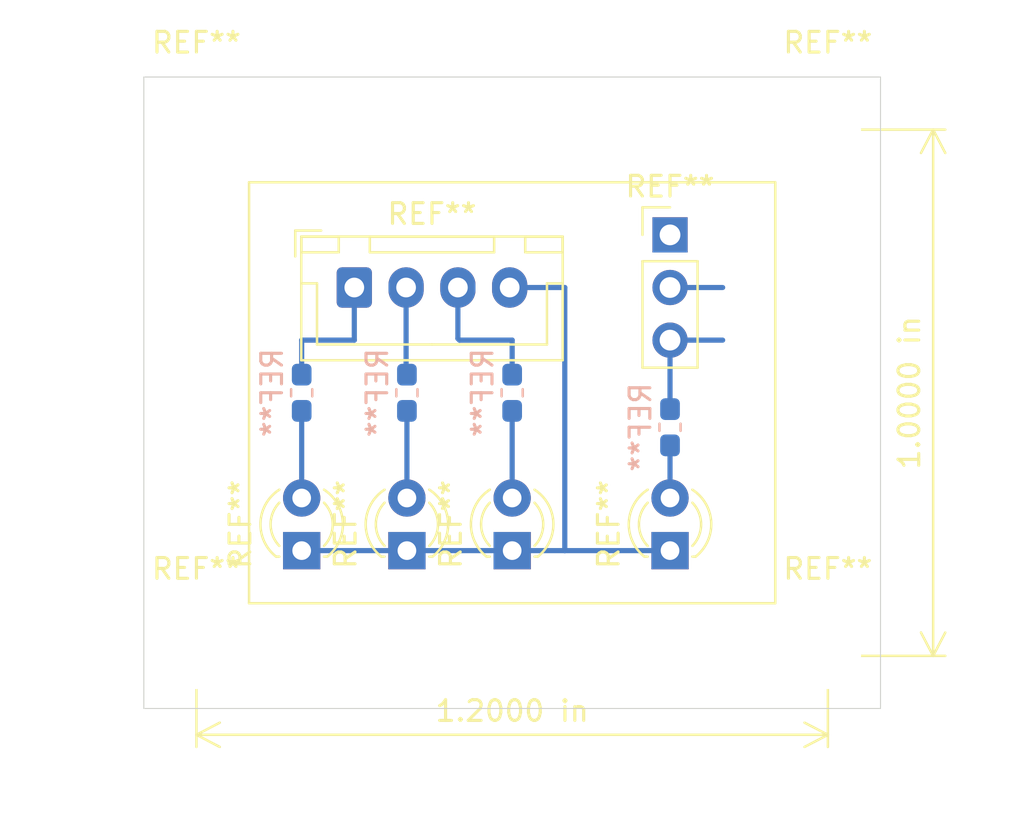
<source format=kicad_pcb>
(kicad_pcb (version 20171130) (host pcbnew "(5.1.2)-1")

  (general
    (thickness 1.6)
    (drawings 10)
    (tracks 20)
    (zones 0)
    (modules 14)
    (nets 1)
  )

  (page A4)
  (layers
    (0 F.Cu signal)
    (31 B.Cu signal)
    (32 B.Adhes user)
    (33 F.Adhes user)
    (34 B.Paste user)
    (35 F.Paste user)
    (36 B.SilkS user)
    (37 F.SilkS user)
    (38 B.Mask user)
    (39 F.Mask user)
    (40 Dwgs.User user)
    (41 Cmts.User user)
    (42 Eco1.User user)
    (43 Eco2.User user)
    (44 Edge.Cuts user)
    (45 Margin user)
    (46 B.CrtYd user)
    (47 F.CrtYd user)
    (48 B.Fab user)
    (49 F.Fab user)
  )

  (setup
    (last_trace_width 0.25)
    (trace_clearance 0.2)
    (zone_clearance 0.508)
    (zone_45_only no)
    (trace_min 0.2)
    (via_size 0.8)
    (via_drill 0.4)
    (via_min_size 0.4)
    (via_min_drill 0.3)
    (uvia_size 0.3)
    (uvia_drill 0.1)
    (uvias_allowed no)
    (uvia_min_size 0.2)
    (uvia_min_drill 0.1)
    (edge_width 0.05)
    (segment_width 0.2)
    (pcb_text_width 0.3)
    (pcb_text_size 1.5 1.5)
    (mod_edge_width 0.12)
    (mod_text_size 1 1)
    (mod_text_width 0.15)
    (pad_size 1.524 1.524)
    (pad_drill 0.762)
    (pad_to_mask_clearance 0.051)
    (solder_mask_min_width 0.25)
    (aux_axis_origin 0 0)
    (visible_elements FFFFFF7F)
    (pcbplotparams
      (layerselection 0x010fc_ffffffff)
      (usegerberextensions false)
      (usegerberattributes false)
      (usegerberadvancedattributes false)
      (creategerberjobfile false)
      (excludeedgelayer true)
      (linewidth 0.100000)
      (plotframeref false)
      (viasonmask false)
      (mode 1)
      (useauxorigin false)
      (hpglpennumber 1)
      (hpglpenspeed 20)
      (hpglpendiameter 15.000000)
      (psnegative false)
      (psa4output false)
      (plotreference true)
      (plotvalue true)
      (plotinvisibletext false)
      (padsonsilk false)
      (subtractmaskfromsilk false)
      (outputformat 1)
      (mirror false)
      (drillshape 1)
      (scaleselection 1)
      (outputdirectory ""))
  )

  (net 0 "")

  (net_class Default "これはデフォルトのネット クラスです。"
    (clearance 0.2)
    (trace_width 0.25)
    (via_dia 0.8)
    (via_drill 0.4)
    (uvia_dia 0.3)
    (uvia_drill 0.1)
  )

  (module Resistor_SMD:R_0603_1608Metric_Pad1.05x0.95mm_HandSolder (layer B.Cu) (tedit 5B301BBD) (tstamp 5E141178)
    (at 165.1 60.085 270)
    (descr "Resistor SMD 0603 (1608 Metric), square (rectangular) end terminal, IPC_7351 nominal with elongated pad for handsoldering. (Body size source: http://www.tortai-tech.com/upload/download/2011102023233369053.pdf), generated with kicad-footprint-generator")
    (tags "resistor handsolder")
    (attr smd)
    (fp_text reference REF** (at 0 1.43 270) (layer B.SilkS)
      (effects (font (size 1 1) (thickness 0.15)) (justify mirror))
    )
    (fp_text value R_0603_1608Metric_Pad1.05x0.95mm_HandSolder (at 0 -1.43 270) (layer B.Fab)
      (effects (font (size 1 1) (thickness 0.15)) (justify mirror))
    )
    (fp_text user %R (at 0 0 270) (layer B.Fab)
      (effects (font (size 0.4 0.4) (thickness 0.06)) (justify mirror))
    )
    (fp_line (start 1.65 -0.73) (end -1.65 -0.73) (layer B.CrtYd) (width 0.05))
    (fp_line (start 1.65 0.73) (end 1.65 -0.73) (layer B.CrtYd) (width 0.05))
    (fp_line (start -1.65 0.73) (end 1.65 0.73) (layer B.CrtYd) (width 0.05))
    (fp_line (start -1.65 -0.73) (end -1.65 0.73) (layer B.CrtYd) (width 0.05))
    (fp_line (start -0.171267 -0.51) (end 0.171267 -0.51) (layer B.SilkS) (width 0.12))
    (fp_line (start -0.171267 0.51) (end 0.171267 0.51) (layer B.SilkS) (width 0.12))
    (fp_line (start 0.8 -0.4) (end -0.8 -0.4) (layer B.Fab) (width 0.1))
    (fp_line (start 0.8 0.4) (end 0.8 -0.4) (layer B.Fab) (width 0.1))
    (fp_line (start -0.8 0.4) (end 0.8 0.4) (layer B.Fab) (width 0.1))
    (fp_line (start -0.8 -0.4) (end -0.8 0.4) (layer B.Fab) (width 0.1))
    (pad 2 smd roundrect (at 0.875 0 270) (size 1.05 0.95) (layers B.Cu B.Paste B.Mask) (roundrect_rratio 0.25))
    (pad 1 smd roundrect (at -0.875 0 270) (size 1.05 0.95) (layers B.Cu B.Paste B.Mask) (roundrect_rratio 0.25))
    (model ${KISYS3DMOD}/Resistor_SMD.3dshapes/R_0603_1608Metric.wrl
      (at (xyz 0 0 0))
      (scale (xyz 1 1 1))
      (rotate (xyz 0 0 0))
    )
  )

  (module LED_THT:LED_D3.0mm (layer F.Cu) (tedit 587A3A7B) (tstamp 5E141100)
    (at 165.1 66.04 90)
    (descr "LED, diameter 3.0mm, 2 pins")
    (tags "LED diameter 3.0mm 2 pins")
    (fp_text reference REF** (at 1.27 -2.96 90) (layer F.SilkS)
      (effects (font (size 1 1) (thickness 0.15)))
    )
    (fp_text value LED_D3.0mm (at 1.27 2.96 90) (layer F.Fab)
      (effects (font (size 1 1) (thickness 0.15)))
    )
    (fp_line (start 3.7 -2.25) (end -1.15 -2.25) (layer F.CrtYd) (width 0.05))
    (fp_line (start 3.7 2.25) (end 3.7 -2.25) (layer F.CrtYd) (width 0.05))
    (fp_line (start -1.15 2.25) (end 3.7 2.25) (layer F.CrtYd) (width 0.05))
    (fp_line (start -1.15 -2.25) (end -1.15 2.25) (layer F.CrtYd) (width 0.05))
    (fp_line (start -0.29 1.08) (end -0.29 1.236) (layer F.SilkS) (width 0.12))
    (fp_line (start -0.29 -1.236) (end -0.29 -1.08) (layer F.SilkS) (width 0.12))
    (fp_line (start -0.23 -1.16619) (end -0.23 1.16619) (layer F.Fab) (width 0.1))
    (fp_circle (center 1.27 0) (end 2.77 0) (layer F.Fab) (width 0.1))
    (fp_arc (start 1.27 0) (end 0.229039 1.08) (angle -87.9) (layer F.SilkS) (width 0.12))
    (fp_arc (start 1.27 0) (end 0.229039 -1.08) (angle 87.9) (layer F.SilkS) (width 0.12))
    (fp_arc (start 1.27 0) (end -0.29 1.235516) (angle -108.8) (layer F.SilkS) (width 0.12))
    (fp_arc (start 1.27 0) (end -0.29 -1.235516) (angle 108.8) (layer F.SilkS) (width 0.12))
    (fp_arc (start 1.27 0) (end -0.23 -1.16619) (angle 284.3) (layer F.Fab) (width 0.1))
    (pad 2 thru_hole circle (at 2.54 0 90) (size 1.8 1.8) (drill 0.9) (layers *.Cu *.Mask))
    (pad 1 thru_hole rect (at 0 0 90) (size 1.8 1.8) (drill 0.9) (layers *.Cu *.Mask))
    (model ${KISYS3DMOD}/LED_THT.3dshapes/LED_D3.0mm.wrl
      (at (xyz 0 0 0))
      (scale (xyz 1 1 1))
      (rotate (xyz 0 0 0))
    )
  )

  (module Connector_PinHeader_2.54mm:PinHeader_1x03_P2.54mm_Vertical (layer F.Cu) (tedit 59FED5CC) (tstamp 5E1410A4)
    (at 165.1 50.8)
    (descr "Through hole straight pin header, 1x03, 2.54mm pitch, single row")
    (tags "Through hole pin header THT 1x03 2.54mm single row")
    (fp_text reference REF** (at 0 -2.33) (layer F.SilkS)
      (effects (font (size 1 1) (thickness 0.15)))
    )
    (fp_text value PinHeader_1x03_P2.54mm_Vertical (at 0 7.41) (layer F.Fab)
      (effects (font (size 1 1) (thickness 0.15)))
    )
    (fp_text user %R (at 0 2.54 90) (layer F.Fab)
      (effects (font (size 1 1) (thickness 0.15)))
    )
    (fp_line (start 1.8 -1.8) (end -1.8 -1.8) (layer F.CrtYd) (width 0.05))
    (fp_line (start 1.8 6.85) (end 1.8 -1.8) (layer F.CrtYd) (width 0.05))
    (fp_line (start -1.8 6.85) (end 1.8 6.85) (layer F.CrtYd) (width 0.05))
    (fp_line (start -1.8 -1.8) (end -1.8 6.85) (layer F.CrtYd) (width 0.05))
    (fp_line (start -1.33 -1.33) (end 0 -1.33) (layer F.SilkS) (width 0.12))
    (fp_line (start -1.33 0) (end -1.33 -1.33) (layer F.SilkS) (width 0.12))
    (fp_line (start -1.33 1.27) (end 1.33 1.27) (layer F.SilkS) (width 0.12))
    (fp_line (start 1.33 1.27) (end 1.33 6.41) (layer F.SilkS) (width 0.12))
    (fp_line (start -1.33 1.27) (end -1.33 6.41) (layer F.SilkS) (width 0.12))
    (fp_line (start -1.33 6.41) (end 1.33 6.41) (layer F.SilkS) (width 0.12))
    (fp_line (start -1.27 -0.635) (end -0.635 -1.27) (layer F.Fab) (width 0.1))
    (fp_line (start -1.27 6.35) (end -1.27 -0.635) (layer F.Fab) (width 0.1))
    (fp_line (start 1.27 6.35) (end -1.27 6.35) (layer F.Fab) (width 0.1))
    (fp_line (start 1.27 -1.27) (end 1.27 6.35) (layer F.Fab) (width 0.1))
    (fp_line (start -0.635 -1.27) (end 1.27 -1.27) (layer F.Fab) (width 0.1))
    (pad 3 thru_hole oval (at 0 5.08) (size 1.7 1.7) (drill 1) (layers *.Cu *.Mask))
    (pad 2 thru_hole oval (at 0 2.54) (size 1.7 1.7) (drill 1) (layers *.Cu *.Mask))
    (pad 1 thru_hole rect (at 0 0) (size 1.7 1.7) (drill 1) (layers *.Cu *.Mask))
    (model ${KISYS3DMOD}/Connector_PinHeader_2.54mm.3dshapes/PinHeader_1x03_P2.54mm_Vertical.wrl
      (at (xyz 0 0 0))
      (scale (xyz 1 1 1))
      (rotate (xyz 0 0 0))
    )
  )

  (module Resistor_SMD:R_0603_1608Metric_Pad1.05x0.95mm_HandSolder (layer B.Cu) (tedit 5B301BBD) (tstamp 5E1327F4)
    (at 157.48 58.42 270)
    (descr "Resistor SMD 0603 (1608 Metric), square (rectangular) end terminal, IPC_7351 nominal with elongated pad for handsoldering. (Body size source: http://www.tortai-tech.com/upload/download/2011102023233369053.pdf), generated with kicad-footprint-generator")
    (tags "resistor handsolder")
    (attr smd)
    (fp_text reference REF** (at 0 1.43 270) (layer B.SilkS)
      (effects (font (size 1 1) (thickness 0.15)) (justify mirror))
    )
    (fp_text value R_0603_1608Metric_Pad1.05x0.95mm_HandSolder (at 0 -1.43 270) (layer B.Fab)
      (effects (font (size 1 1) (thickness 0.15)) (justify mirror))
    )
    (fp_line (start -0.8 -0.4) (end -0.8 0.4) (layer B.Fab) (width 0.1))
    (fp_line (start -0.8 0.4) (end 0.8 0.4) (layer B.Fab) (width 0.1))
    (fp_line (start 0.8 0.4) (end 0.8 -0.4) (layer B.Fab) (width 0.1))
    (fp_line (start 0.8 -0.4) (end -0.8 -0.4) (layer B.Fab) (width 0.1))
    (fp_line (start -0.171267 0.51) (end 0.171267 0.51) (layer B.SilkS) (width 0.12))
    (fp_line (start -0.171267 -0.51) (end 0.171267 -0.51) (layer B.SilkS) (width 0.12))
    (fp_line (start -1.65 -0.73) (end -1.65 0.73) (layer B.CrtYd) (width 0.05))
    (fp_line (start -1.65 0.73) (end 1.65 0.73) (layer B.CrtYd) (width 0.05))
    (fp_line (start 1.65 0.73) (end 1.65 -0.73) (layer B.CrtYd) (width 0.05))
    (fp_line (start 1.65 -0.73) (end -1.65 -0.73) (layer B.CrtYd) (width 0.05))
    (fp_text user %R (at 0 0 270) (layer B.Fab)
      (effects (font (size 0.4 0.4) (thickness 0.06)) (justify mirror))
    )
    (pad 1 smd roundrect (at -0.875 0 270) (size 1.05 0.95) (layers B.Cu B.Paste B.Mask) (roundrect_rratio 0.25))
    (pad 2 smd roundrect (at 0.875 0 270) (size 1.05 0.95) (layers B.Cu B.Paste B.Mask) (roundrect_rratio 0.25))
    (model ${KISYS3DMOD}/Resistor_SMD.3dshapes/R_0603_1608Metric.wrl
      (at (xyz 0 0 0))
      (scale (xyz 1 1 1))
      (rotate (xyz 0 0 0))
    )
  )

  (module Resistor_SMD:R_0603_1608Metric_Pad1.05x0.95mm_HandSolder (layer B.Cu) (tedit 5B301BBD) (tstamp 5E1327F4)
    (at 152.4 58.42 270)
    (descr "Resistor SMD 0603 (1608 Metric), square (rectangular) end terminal, IPC_7351 nominal with elongated pad for handsoldering. (Body size source: http://www.tortai-tech.com/upload/download/2011102023233369053.pdf), generated with kicad-footprint-generator")
    (tags "resistor handsolder")
    (attr smd)
    (fp_text reference REF** (at 0 1.43 270) (layer B.SilkS)
      (effects (font (size 1 1) (thickness 0.15)) (justify mirror))
    )
    (fp_text value R_0603_1608Metric_Pad1.05x0.95mm_HandSolder (at 0 -1.43 270) (layer B.Fab)
      (effects (font (size 1 1) (thickness 0.15)) (justify mirror))
    )
    (fp_line (start -0.8 -0.4) (end -0.8 0.4) (layer B.Fab) (width 0.1))
    (fp_line (start -0.8 0.4) (end 0.8 0.4) (layer B.Fab) (width 0.1))
    (fp_line (start 0.8 0.4) (end 0.8 -0.4) (layer B.Fab) (width 0.1))
    (fp_line (start 0.8 -0.4) (end -0.8 -0.4) (layer B.Fab) (width 0.1))
    (fp_line (start -0.171267 0.51) (end 0.171267 0.51) (layer B.SilkS) (width 0.12))
    (fp_line (start -0.171267 -0.51) (end 0.171267 -0.51) (layer B.SilkS) (width 0.12))
    (fp_line (start -1.65 -0.73) (end -1.65 0.73) (layer B.CrtYd) (width 0.05))
    (fp_line (start -1.65 0.73) (end 1.65 0.73) (layer B.CrtYd) (width 0.05))
    (fp_line (start 1.65 0.73) (end 1.65 -0.73) (layer B.CrtYd) (width 0.05))
    (fp_line (start 1.65 -0.73) (end -1.65 -0.73) (layer B.CrtYd) (width 0.05))
    (fp_text user %R (at 0 0 270) (layer B.Fab)
      (effects (font (size 0.4 0.4) (thickness 0.06)) (justify mirror))
    )
    (pad 1 smd roundrect (at -0.875 0 270) (size 1.05 0.95) (layers B.Cu B.Paste B.Mask) (roundrect_rratio 0.25))
    (pad 2 smd roundrect (at 0.875 0 270) (size 1.05 0.95) (layers B.Cu B.Paste B.Mask) (roundrect_rratio 0.25))
    (model ${KISYS3DMOD}/Resistor_SMD.3dshapes/R_0603_1608Metric.wrl
      (at (xyz 0 0 0))
      (scale (xyz 1 1 1))
      (rotate (xyz 0 0 0))
    )
  )

  (module Resistor_SMD:R_0603_1608Metric_Pad1.05x0.95mm_HandSolder (layer B.Cu) (tedit 5B301BBD) (tstamp 5E1327B2)
    (at 147.32 58.42 270)
    (descr "Resistor SMD 0603 (1608 Metric), square (rectangular) end terminal, IPC_7351 nominal with elongated pad for handsoldering. (Body size source: http://www.tortai-tech.com/upload/download/2011102023233369053.pdf), generated with kicad-footprint-generator")
    (tags "resistor handsolder")
    (attr smd)
    (fp_text reference REF** (at 0 1.43 270) (layer B.SilkS)
      (effects (font (size 1 1) (thickness 0.15)) (justify mirror))
    )
    (fp_text value R_0603_1608Metric_Pad1.05x0.95mm_HandSolder (at 0 -1.43 270) (layer B.Fab)
      (effects (font (size 1 1) (thickness 0.15)) (justify mirror))
    )
    (fp_text user %R (at 0 0 270) (layer B.Fab)
      (effects (font (size 0.4 0.4) (thickness 0.06)) (justify mirror))
    )
    (fp_line (start 1.65 -0.73) (end -1.65 -0.73) (layer B.CrtYd) (width 0.05))
    (fp_line (start 1.65 0.73) (end 1.65 -0.73) (layer B.CrtYd) (width 0.05))
    (fp_line (start -1.65 0.73) (end 1.65 0.73) (layer B.CrtYd) (width 0.05))
    (fp_line (start -1.65 -0.73) (end -1.65 0.73) (layer B.CrtYd) (width 0.05))
    (fp_line (start -0.171267 -0.51) (end 0.171267 -0.51) (layer B.SilkS) (width 0.12))
    (fp_line (start -0.171267 0.51) (end 0.171267 0.51) (layer B.SilkS) (width 0.12))
    (fp_line (start 0.8 -0.4) (end -0.8 -0.4) (layer B.Fab) (width 0.1))
    (fp_line (start 0.8 0.4) (end 0.8 -0.4) (layer B.Fab) (width 0.1))
    (fp_line (start -0.8 0.4) (end 0.8 0.4) (layer B.Fab) (width 0.1))
    (fp_line (start -0.8 -0.4) (end -0.8 0.4) (layer B.Fab) (width 0.1))
    (pad 2 smd roundrect (at 0.875 0 270) (size 1.05 0.95) (layers B.Cu B.Paste B.Mask) (roundrect_rratio 0.25))
    (pad 1 smd roundrect (at -0.875 0 270) (size 1.05 0.95) (layers B.Cu B.Paste B.Mask) (roundrect_rratio 0.25))
    (model ${KISYS3DMOD}/Resistor_SMD.3dshapes/R_0603_1608Metric.wrl
      (at (xyz 0 0 0))
      (scale (xyz 1 1 1))
      (rotate (xyz 0 0 0))
    )
  )

  (module LED_THT:LED_D3.0mm (layer F.Cu) (tedit 587A3A7B) (tstamp 5E1320B1)
    (at 157.48 66.04 90)
    (descr "LED, diameter 3.0mm, 2 pins")
    (tags "LED diameter 3.0mm 2 pins")
    (fp_text reference REF** (at 1.27 -2.96 90) (layer F.SilkS)
      (effects (font (size 1 1) (thickness 0.15)))
    )
    (fp_text value LED_D3.0mm (at 1.27 2.96 90) (layer F.Fab)
      (effects (font (size 1 1) (thickness 0.15)))
    )
    (fp_arc (start 1.27 0) (end -0.23 -1.16619) (angle 284.3) (layer F.Fab) (width 0.1))
    (fp_arc (start 1.27 0) (end -0.29 -1.235516) (angle 108.8) (layer F.SilkS) (width 0.12))
    (fp_arc (start 1.27 0) (end -0.29 1.235516) (angle -108.8) (layer F.SilkS) (width 0.12))
    (fp_arc (start 1.27 0) (end 0.229039 -1.08) (angle 87.9) (layer F.SilkS) (width 0.12))
    (fp_arc (start 1.27 0) (end 0.229039 1.08) (angle -87.9) (layer F.SilkS) (width 0.12))
    (fp_circle (center 1.27 0) (end 2.77 0) (layer F.Fab) (width 0.1))
    (fp_line (start -0.23 -1.16619) (end -0.23 1.16619) (layer F.Fab) (width 0.1))
    (fp_line (start -0.29 -1.236) (end -0.29 -1.08) (layer F.SilkS) (width 0.12))
    (fp_line (start -0.29 1.08) (end -0.29 1.236) (layer F.SilkS) (width 0.12))
    (fp_line (start -1.15 -2.25) (end -1.15 2.25) (layer F.CrtYd) (width 0.05))
    (fp_line (start -1.15 2.25) (end 3.7 2.25) (layer F.CrtYd) (width 0.05))
    (fp_line (start 3.7 2.25) (end 3.7 -2.25) (layer F.CrtYd) (width 0.05))
    (fp_line (start 3.7 -2.25) (end -1.15 -2.25) (layer F.CrtYd) (width 0.05))
    (pad 1 thru_hole rect (at 0 0 90) (size 1.8 1.8) (drill 0.9) (layers *.Cu *.Mask))
    (pad 2 thru_hole circle (at 2.54 0 90) (size 1.8 1.8) (drill 0.9) (layers *.Cu *.Mask))
    (model ${KISYS3DMOD}/LED_THT.3dshapes/LED_D3.0mm.wrl
      (at (xyz 0 0 0))
      (scale (xyz 1 1 1))
      (rotate (xyz 0 0 0))
    )
  )

  (module LED_THT:LED_D3.0mm (layer F.Cu) (tedit 587A3A7B) (tstamp 5E132053)
    (at 152.4 66.04 90)
    (descr "LED, diameter 3.0mm, 2 pins")
    (tags "LED diameter 3.0mm 2 pins")
    (fp_text reference REF** (at 1.27 -2.96 90) (layer F.SilkS)
      (effects (font (size 1 1) (thickness 0.15)))
    )
    (fp_text value LED_D3.0mm (at 1.27 2.96 90) (layer F.Fab)
      (effects (font (size 1 1) (thickness 0.15)))
    )
    (fp_arc (start 1.27 0) (end -0.23 -1.16619) (angle 284.3) (layer F.Fab) (width 0.1))
    (fp_arc (start 1.27 0) (end -0.29 -1.235516) (angle 108.8) (layer F.SilkS) (width 0.12))
    (fp_arc (start 1.27 0) (end -0.29 1.235516) (angle -108.8) (layer F.SilkS) (width 0.12))
    (fp_arc (start 1.27 0) (end 0.229039 -1.08) (angle 87.9) (layer F.SilkS) (width 0.12))
    (fp_arc (start 1.27 0) (end 0.229039 1.08) (angle -87.9) (layer F.SilkS) (width 0.12))
    (fp_circle (center 1.27 0) (end 2.77 0) (layer F.Fab) (width 0.1))
    (fp_line (start -0.23 -1.16619) (end -0.23 1.16619) (layer F.Fab) (width 0.1))
    (fp_line (start -0.29 -1.236) (end -0.29 -1.08) (layer F.SilkS) (width 0.12))
    (fp_line (start -0.29 1.08) (end -0.29 1.236) (layer F.SilkS) (width 0.12))
    (fp_line (start -1.15 -2.25) (end -1.15 2.25) (layer F.CrtYd) (width 0.05))
    (fp_line (start -1.15 2.25) (end 3.7 2.25) (layer F.CrtYd) (width 0.05))
    (fp_line (start 3.7 2.25) (end 3.7 -2.25) (layer F.CrtYd) (width 0.05))
    (fp_line (start 3.7 -2.25) (end -1.15 -2.25) (layer F.CrtYd) (width 0.05))
    (pad 1 thru_hole rect (at 0 0 90) (size 1.8 1.8) (drill 0.9) (layers *.Cu *.Mask))
    (pad 2 thru_hole circle (at 2.54 0 90) (size 1.8 1.8) (drill 0.9) (layers *.Cu *.Mask))
    (model ${KISYS3DMOD}/LED_THT.3dshapes/LED_D3.0mm.wrl
      (at (xyz 0 0 0))
      (scale (xyz 1 1 1))
      (rotate (xyz 0 0 0))
    )
  )

  (module Connector_JST:JST_XH_B4B-XH-A_1x04_P2.50mm_Vertical (layer F.Cu) (tedit 5C28146C) (tstamp 5E131FB9)
    (at 149.86 53.34)
    (descr "JST XH series connector, B4B-XH-A (http://www.jst-mfg.com/product/pdf/eng/eXH.pdf), generated with kicad-footprint-generator")
    (tags "connector JST XH vertical")
    (fp_text reference REF** (at 3.75 -3.55) (layer F.SilkS)
      (effects (font (size 1 1) (thickness 0.15)))
    )
    (fp_text value JST_XH_B4B-XH-A_1x04_P2.50mm_Vertical (at 3.75 4.6) (layer F.Fab)
      (effects (font (size 1 1) (thickness 0.15)))
    )
    (fp_text user %R (at 3.75 2.7) (layer F.Fab)
      (effects (font (size 1 1) (thickness 0.15)))
    )
    (fp_line (start -2.85 -2.75) (end -2.85 -1.5) (layer F.SilkS) (width 0.12))
    (fp_line (start -1.6 -2.75) (end -2.85 -2.75) (layer F.SilkS) (width 0.12))
    (fp_line (start 9.3 2.75) (end 3.75 2.75) (layer F.SilkS) (width 0.12))
    (fp_line (start 9.3 -0.2) (end 9.3 2.75) (layer F.SilkS) (width 0.12))
    (fp_line (start 10.05 -0.2) (end 9.3 -0.2) (layer F.SilkS) (width 0.12))
    (fp_line (start -1.8 2.75) (end 3.75 2.75) (layer F.SilkS) (width 0.12))
    (fp_line (start -1.8 -0.2) (end -1.8 2.75) (layer F.SilkS) (width 0.12))
    (fp_line (start -2.55 -0.2) (end -1.8 -0.2) (layer F.SilkS) (width 0.12))
    (fp_line (start 10.05 -2.45) (end 8.25 -2.45) (layer F.SilkS) (width 0.12))
    (fp_line (start 10.05 -1.7) (end 10.05 -2.45) (layer F.SilkS) (width 0.12))
    (fp_line (start 8.25 -1.7) (end 10.05 -1.7) (layer F.SilkS) (width 0.12))
    (fp_line (start 8.25 -2.45) (end 8.25 -1.7) (layer F.SilkS) (width 0.12))
    (fp_line (start -0.75 -2.45) (end -2.55 -2.45) (layer F.SilkS) (width 0.12))
    (fp_line (start -0.75 -1.7) (end -0.75 -2.45) (layer F.SilkS) (width 0.12))
    (fp_line (start -2.55 -1.7) (end -0.75 -1.7) (layer F.SilkS) (width 0.12))
    (fp_line (start -2.55 -2.45) (end -2.55 -1.7) (layer F.SilkS) (width 0.12))
    (fp_line (start 6.75 -2.45) (end 0.75 -2.45) (layer F.SilkS) (width 0.12))
    (fp_line (start 6.75 -1.7) (end 6.75 -2.45) (layer F.SilkS) (width 0.12))
    (fp_line (start 0.75 -1.7) (end 6.75 -1.7) (layer F.SilkS) (width 0.12))
    (fp_line (start 0.75 -2.45) (end 0.75 -1.7) (layer F.SilkS) (width 0.12))
    (fp_line (start 0 -1.35) (end 0.625 -2.35) (layer F.Fab) (width 0.1))
    (fp_line (start -0.625 -2.35) (end 0 -1.35) (layer F.Fab) (width 0.1))
    (fp_line (start 10.45 -2.85) (end -2.95 -2.85) (layer F.CrtYd) (width 0.05))
    (fp_line (start 10.45 3.9) (end 10.45 -2.85) (layer F.CrtYd) (width 0.05))
    (fp_line (start -2.95 3.9) (end 10.45 3.9) (layer F.CrtYd) (width 0.05))
    (fp_line (start -2.95 -2.85) (end -2.95 3.9) (layer F.CrtYd) (width 0.05))
    (fp_line (start 10.06 -2.46) (end -2.56 -2.46) (layer F.SilkS) (width 0.12))
    (fp_line (start 10.06 3.51) (end 10.06 -2.46) (layer F.SilkS) (width 0.12))
    (fp_line (start -2.56 3.51) (end 10.06 3.51) (layer F.SilkS) (width 0.12))
    (fp_line (start -2.56 -2.46) (end -2.56 3.51) (layer F.SilkS) (width 0.12))
    (fp_line (start 9.95 -2.35) (end -2.45 -2.35) (layer F.Fab) (width 0.1))
    (fp_line (start 9.95 3.4) (end 9.95 -2.35) (layer F.Fab) (width 0.1))
    (fp_line (start -2.45 3.4) (end 9.95 3.4) (layer F.Fab) (width 0.1))
    (fp_line (start -2.45 -2.35) (end -2.45 3.4) (layer F.Fab) (width 0.1))
    (pad 4 thru_hole oval (at 7.5 0) (size 1.7 1.95) (drill 0.95) (layers *.Cu *.Mask))
    (pad 3 thru_hole oval (at 5 0) (size 1.7 1.95) (drill 0.95) (layers *.Cu *.Mask))
    (pad 2 thru_hole oval (at 2.5 0) (size 1.7 1.95) (drill 0.95) (layers *.Cu *.Mask))
    (pad 1 thru_hole roundrect (at 0 0) (size 1.7 1.95) (drill 0.95) (layers *.Cu *.Mask) (roundrect_rratio 0.147059))
    (model ${KISYS3DMOD}/Connector_JST.3dshapes/JST_XH_B4B-XH-A_1x04_P2.50mm_Vertical.wrl
      (at (xyz 0 0 0))
      (scale (xyz 1 1 1))
      (rotate (xyz 0 0 0))
    )
  )

  (module MountingHole:MountingHole_3.2mm_M3 (layer F.Cu) (tedit 56D1B4CB) (tstamp 5E131B1D)
    (at 172.72 71.12)
    (descr "Mounting Hole 3.2mm, no annular, M3")
    (tags "mounting hole 3.2mm no annular m3")
    (attr virtual)
    (fp_text reference REF** (at 0 -4.2) (layer F.SilkS)
      (effects (font (size 1 1) (thickness 0.15)))
    )
    (fp_text value MountingHole_3.2mm_M3 (at 0 4.2) (layer F.Fab)
      (effects (font (size 1 1) (thickness 0.15)))
    )
    (fp_circle (center 0 0) (end 3.45 0) (layer F.CrtYd) (width 0.05))
    (fp_circle (center 0 0) (end 3.2 0) (layer Cmts.User) (width 0.15))
    (fp_text user %R (at 0.3 0) (layer F.Fab)
      (effects (font (size 1 1) (thickness 0.15)))
    )
    (pad 1 np_thru_hole circle (at 0 0) (size 3.2 3.2) (drill 3.2) (layers *.Cu *.Mask))
  )

  (module MountingHole:MountingHole_3.2mm_M3 (layer F.Cu) (tedit 56D1B4CB) (tstamp 5E131ACF)
    (at 142.24 71.12)
    (descr "Mounting Hole 3.2mm, no annular, M3")
    (tags "mounting hole 3.2mm no annular m3")
    (attr virtual)
    (fp_text reference REF** (at 0 -4.2) (layer F.SilkS)
      (effects (font (size 1 1) (thickness 0.15)))
    )
    (fp_text value MountingHole_3.2mm_M3 (at 0 4.2) (layer F.Fab)
      (effects (font (size 1 1) (thickness 0.15)))
    )
    (fp_circle (center 0 0) (end 3.45 0) (layer F.CrtYd) (width 0.05))
    (fp_circle (center 0 0) (end 3.2 0) (layer Cmts.User) (width 0.15))
    (fp_text user %R (at 0.3 0) (layer F.Fab)
      (effects (font (size 1 1) (thickness 0.15)))
    )
    (pad 1 np_thru_hole circle (at 0 0) (size 3.2 3.2) (drill 3.2) (layers *.Cu *.Mask))
  )

  (module MountingHole:MountingHole_3.2mm_M3 (layer F.Cu) (tedit 56D1B4CB) (tstamp 5E131B74)
    (at 172.72 45.72)
    (descr "Mounting Hole 3.2mm, no annular, M3")
    (tags "mounting hole 3.2mm no annular m3")
    (attr virtual)
    (fp_text reference REF** (at 0 -4.2) (layer F.SilkS)
      (effects (font (size 1 1) (thickness 0.15)))
    )
    (fp_text value MountingHole_3.2mm_M3 (at 0 4.2) (layer F.Fab)
      (effects (font (size 1 1) (thickness 0.15)))
    )
    (fp_circle (center 0 0) (end 3.45 0) (layer F.CrtYd) (width 0.05))
    (fp_circle (center 0 0) (end 3.2 0) (layer Cmts.User) (width 0.15))
    (fp_text user %R (at 0.3 0) (layer F.Fab)
      (effects (font (size 1 1) (thickness 0.15)))
    )
    (pad 1 np_thru_hole circle (at 0 0) (size 3.2 3.2) (drill 3.2) (layers *.Cu *.Mask))
  )

  (module MountingHole:MountingHole_3.2mm_M3 (layer F.Cu) (tedit 56D1B4CB) (tstamp 5E131A95)
    (at 142.24 45.72)
    (descr "Mounting Hole 3.2mm, no annular, M3")
    (tags "mounting hole 3.2mm no annular m3")
    (attr virtual)
    (fp_text reference REF** (at 0 -4.2) (layer F.SilkS)
      (effects (font (size 1 1) (thickness 0.15)))
    )
    (fp_text value MountingHole_3.2mm_M3 (at 0 4.2) (layer F.Fab)
      (effects (font (size 1 1) (thickness 0.15)))
    )
    (fp_circle (center 0 0) (end 3.45 0) (layer F.CrtYd) (width 0.05))
    (fp_circle (center 0 0) (end 3.2 0) (layer Cmts.User) (width 0.15))
    (fp_text user %R (at 0.3 0) (layer F.Fab)
      (effects (font (size 1 1) (thickness 0.15)))
    )
    (pad 1 np_thru_hole circle (at 0 0) (size 3.2 3.2) (drill 3.2) (layers *.Cu *.Mask))
  )

  (module LED_THT:LED_D3.0mm (layer F.Cu) (tedit 587A3A7B) (tstamp 5E131723)
    (at 147.32 66.04 90)
    (descr "LED, diameter 3.0mm, 2 pins")
    (tags "LED diameter 3.0mm 2 pins")
    (fp_text reference REF** (at 1.27 -2.96 90) (layer F.SilkS)
      (effects (font (size 1 1) (thickness 0.15)))
    )
    (fp_text value LED_D3.0mm (at 1.27 2.96 90) (layer F.Fab)
      (effects (font (size 1 1) (thickness 0.15)))
    )
    (fp_line (start 3.7 -2.25) (end -1.15 -2.25) (layer F.CrtYd) (width 0.05))
    (fp_line (start 3.7 2.25) (end 3.7 -2.25) (layer F.CrtYd) (width 0.05))
    (fp_line (start -1.15 2.25) (end 3.7 2.25) (layer F.CrtYd) (width 0.05))
    (fp_line (start -1.15 -2.25) (end -1.15 2.25) (layer F.CrtYd) (width 0.05))
    (fp_line (start -0.29 1.08) (end -0.29 1.236) (layer F.SilkS) (width 0.12))
    (fp_line (start -0.29 -1.236) (end -0.29 -1.08) (layer F.SilkS) (width 0.12))
    (fp_line (start -0.23 -1.16619) (end -0.23 1.16619) (layer F.Fab) (width 0.1))
    (fp_circle (center 1.27 0) (end 2.77 0) (layer F.Fab) (width 0.1))
    (fp_arc (start 1.27 0) (end 0.229039 1.08) (angle -87.9) (layer F.SilkS) (width 0.12))
    (fp_arc (start 1.27 0) (end 0.229039 -1.08) (angle 87.9) (layer F.SilkS) (width 0.12))
    (fp_arc (start 1.27 0) (end -0.29 1.235516) (angle -108.8) (layer F.SilkS) (width 0.12))
    (fp_arc (start 1.27 0) (end -0.29 -1.235516) (angle 108.8) (layer F.SilkS) (width 0.12))
    (fp_arc (start 1.27 0) (end -0.23 -1.16619) (angle 284.3) (layer F.Fab) (width 0.1))
    (pad 2 thru_hole circle (at 2.54 0 90) (size 1.8 1.8) (drill 0.9) (layers *.Cu *.Mask))
    (pad 1 thru_hole rect (at 0 0 90) (size 1.8 1.8) (drill 0.9) (layers *.Cu *.Mask))
    (model ${KISYS3DMOD}/LED_THT.3dshapes/LED_D3.0mm.wrl
      (at (xyz 0 0 0))
      (scale (xyz 1 1 1))
      (rotate (xyz 0 0 0))
    )
  )

  (gr_line (start 144.78 68.58) (end 170.18 68.58) (layer F.SilkS) (width 0.12) (tstamp 5E131FC4))
  (gr_line (start 144.78 48.26) (end 144.78 68.58) (layer F.SilkS) (width 0.12))
  (gr_line (start 170.18 48.26) (end 170.18 68.58) (layer F.SilkS) (width 0.12))
  (gr_line (start 170.18 48.26) (end 144.78 48.26) (layer F.SilkS) (width 0.12))
  (gr_line (start 139.7 43.18) (end 175.26 43.18) (layer Edge.Cuts) (width 0.05) (tstamp 5E131FBA))
  (gr_line (start 139.7 73.66) (end 139.7 43.18) (layer Edge.Cuts) (width 0.05))
  (gr_line (start 175.26 73.66) (end 139.7 73.66) (layer Edge.Cuts) (width 0.05))
  (gr_line (start 175.26 43.18) (end 175.26 73.66) (layer Edge.Cuts) (width 0.05))
  (dimension 30.48 (width 0.12) (layer F.SilkS)
    (gr_text "30.480 mm" (at 157.48 76.2) (layer F.SilkS)
      (effects (font (size 1 1) (thickness 0.15)))
    )
    (feature1 (pts (xy 142.24 71.12) (xy 142.24 75.516421)))
    (feature2 (pts (xy 172.72 71.12) (xy 172.72 75.516421)))
    (crossbar (pts (xy 172.72 74.93) (xy 142.24 74.93)))
    (arrow1a (pts (xy 142.24 74.93) (xy 143.366504 74.343579)))
    (arrow1b (pts (xy 142.24 74.93) (xy 143.366504 75.516421)))
    (arrow2a (pts (xy 172.72 74.93) (xy 171.593496 74.343579)))
    (arrow2b (pts (xy 172.72 74.93) (xy 171.593496 75.516421)))
  )
  (dimension 25.4 (width 0.12) (layer F.SilkS)
    (gr_text "25.400 mm" (at 179.07 58.42 270) (layer F.SilkS)
      (effects (font (size 1 1) (thickness 0.15)))
    )
    (feature1 (pts (xy 172.72 71.12) (xy 178.386421 71.12)))
    (feature2 (pts (xy 172.72 45.72) (xy 178.386421 45.72)))
    (crossbar (pts (xy 177.8 45.72) (xy 177.8 71.12)))
    (arrow1a (pts (xy 177.8 71.12) (xy 177.213579 69.993496)))
    (arrow1b (pts (xy 177.8 71.12) (xy 178.386421 69.993496)))
    (arrow2a (pts (xy 177.8 45.72) (xy 177.213579 46.846504)))
    (arrow2b (pts (xy 177.8 45.72) (xy 178.386421 46.846504)))
  )

  (segment (start 147.32 66.04) (end 160.02 66.04) (width 0.25) (layer B.Cu) (net 0))
  (segment (start 160.02 66.04) (end 160.02 53.34) (width 0.25) (layer B.Cu) (net 0))
  (segment (start 160.02 53.34) (end 157.36 53.34) (width 0.25) (layer B.Cu) (net 0))
  (segment (start 149.86 53.34) (end 149.86 55.88) (width 0.25) (layer B.Cu) (net 0))
  (segment (start 149.86 55.88) (end 147.32 55.88) (width 0.25) (layer B.Cu) (net 0))
  (segment (start 147.32 55.88) (end 147.32 57.545) (width 0.25) (layer B.Cu) (net 0))
  (segment (start 147.32 59.295) (end 147.32 63.5) (width 0.25) (layer B.Cu) (net 0))
  (segment (start 152.36 57.505) (end 152.4 57.545) (width 0.25) (layer B.Cu) (net 0))
  (segment (start 152.36 53.34) (end 152.36 57.505) (width 0.25) (layer B.Cu) (net 0))
  (segment (start 152.4 59.295) (end 152.4 63.5) (width 0.25) (layer B.Cu) (net 0))
  (segment (start 157.48 55.88) (end 157.48 57.545) (width 0.25) (layer B.Cu) (net 0))
  (segment (start 154.94 55.88) (end 157.48 55.88) (width 0.25) (layer B.Cu) (net 0))
  (segment (start 154.86 53.34) (end 154.86 55.8) (width 0.25) (layer B.Cu) (net 0))
  (segment (start 154.86 55.8) (end 154.94 55.88) (width 0.25) (layer B.Cu) (net 0))
  (segment (start 157.48 59.295) (end 157.48 63.5) (width 0.25) (layer B.Cu) (net 0))
  (segment (start 165.1 66.04) (end 160.02 66.04) (width 0.25) (layer B.Cu) (net 0))
  (segment (start 165.1 60.96) (end 165.1 63.5) (width 0.25) (layer B.Cu) (net 0))
  (segment (start 165.1 59.21) (end 165.1 55.88) (width 0.25) (layer B.Cu) (net 0))
  (segment (start 165.1 55.88) (end 167.64 55.88) (width 0.25) (layer B.Cu) (net 0))
  (segment (start 165.1 53.34) (end 167.64 53.34) (width 0.25) (layer B.Cu) (net 0))

)

</source>
